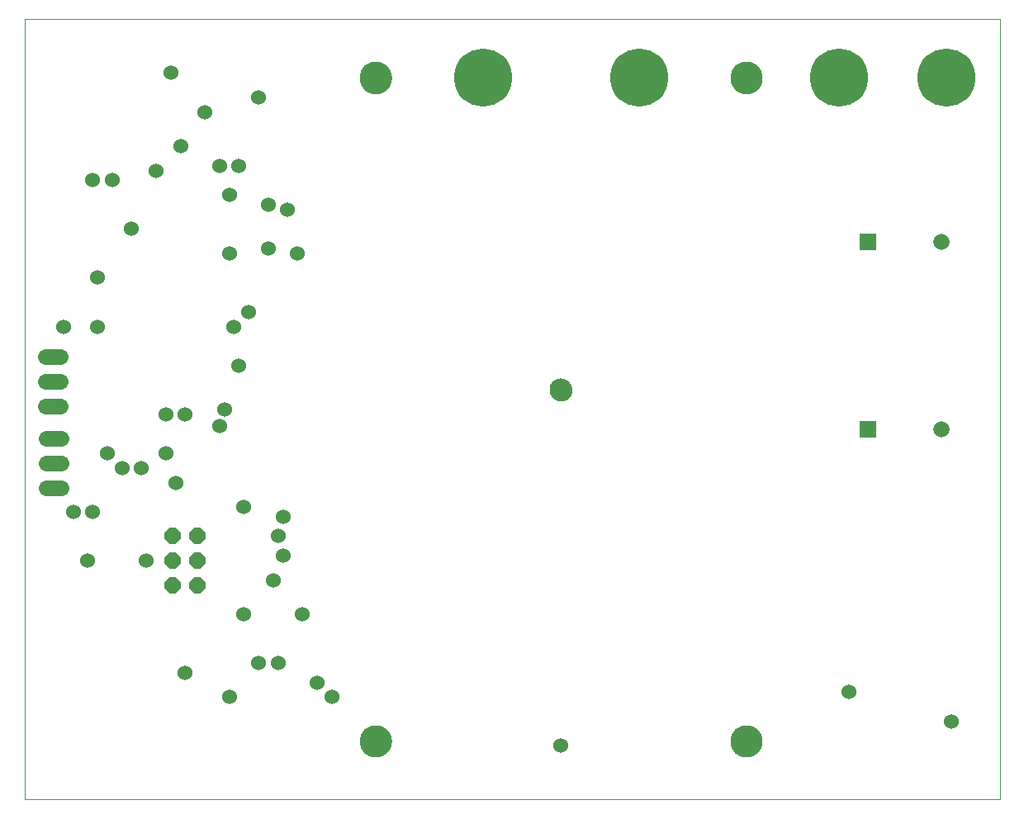
<source format=gbs>
G75*
%MOIN*%
%OFA0B0*%
%FSLAX25Y25*%
%IPPOS*%
%LPD*%
%AMOC8*
5,1,8,0,0,1.08239X$1,22.5*
%
%ADD10C,0.00000*%
%ADD11C,0.12998*%
%ADD12C,0.09061*%
%ADD13OC8,0.06400*%
%ADD14C,0.06400*%
%ADD15C,0.23400*%
%ADD16R,0.06550X0.06550*%
%ADD17C,0.06550*%
%ADD18C,0.06000*%
D10*
X0001800Y0001800D02*
X0001800Y0316761D01*
X0395501Y0316761D01*
X0395501Y0001800D01*
X0001800Y0001800D01*
X0137233Y0025422D02*
X0137235Y0025580D01*
X0137241Y0025738D01*
X0137251Y0025896D01*
X0137265Y0026054D01*
X0137283Y0026211D01*
X0137304Y0026368D01*
X0137330Y0026524D01*
X0137360Y0026680D01*
X0137393Y0026835D01*
X0137431Y0026988D01*
X0137472Y0027141D01*
X0137517Y0027293D01*
X0137566Y0027444D01*
X0137619Y0027593D01*
X0137675Y0027741D01*
X0137735Y0027887D01*
X0137799Y0028032D01*
X0137867Y0028175D01*
X0137938Y0028317D01*
X0138012Y0028457D01*
X0138090Y0028594D01*
X0138172Y0028730D01*
X0138256Y0028864D01*
X0138345Y0028995D01*
X0138436Y0029124D01*
X0138531Y0029251D01*
X0138628Y0029376D01*
X0138729Y0029498D01*
X0138833Y0029617D01*
X0138940Y0029734D01*
X0139050Y0029848D01*
X0139163Y0029959D01*
X0139278Y0030068D01*
X0139396Y0030173D01*
X0139517Y0030275D01*
X0139640Y0030375D01*
X0139766Y0030471D01*
X0139894Y0030564D01*
X0140024Y0030654D01*
X0140157Y0030740D01*
X0140292Y0030824D01*
X0140428Y0030903D01*
X0140567Y0030980D01*
X0140708Y0031052D01*
X0140850Y0031122D01*
X0140994Y0031187D01*
X0141140Y0031249D01*
X0141287Y0031307D01*
X0141436Y0031362D01*
X0141586Y0031413D01*
X0141737Y0031460D01*
X0141889Y0031503D01*
X0142042Y0031542D01*
X0142197Y0031578D01*
X0142352Y0031609D01*
X0142508Y0031637D01*
X0142664Y0031661D01*
X0142821Y0031681D01*
X0142979Y0031697D01*
X0143136Y0031709D01*
X0143295Y0031717D01*
X0143453Y0031721D01*
X0143611Y0031721D01*
X0143769Y0031717D01*
X0143928Y0031709D01*
X0144085Y0031697D01*
X0144243Y0031681D01*
X0144400Y0031661D01*
X0144556Y0031637D01*
X0144712Y0031609D01*
X0144867Y0031578D01*
X0145022Y0031542D01*
X0145175Y0031503D01*
X0145327Y0031460D01*
X0145478Y0031413D01*
X0145628Y0031362D01*
X0145777Y0031307D01*
X0145924Y0031249D01*
X0146070Y0031187D01*
X0146214Y0031122D01*
X0146356Y0031052D01*
X0146497Y0030980D01*
X0146636Y0030903D01*
X0146772Y0030824D01*
X0146907Y0030740D01*
X0147040Y0030654D01*
X0147170Y0030564D01*
X0147298Y0030471D01*
X0147424Y0030375D01*
X0147547Y0030275D01*
X0147668Y0030173D01*
X0147786Y0030068D01*
X0147901Y0029959D01*
X0148014Y0029848D01*
X0148124Y0029734D01*
X0148231Y0029617D01*
X0148335Y0029498D01*
X0148436Y0029376D01*
X0148533Y0029251D01*
X0148628Y0029124D01*
X0148719Y0028995D01*
X0148808Y0028864D01*
X0148892Y0028730D01*
X0148974Y0028594D01*
X0149052Y0028457D01*
X0149126Y0028317D01*
X0149197Y0028175D01*
X0149265Y0028032D01*
X0149329Y0027887D01*
X0149389Y0027741D01*
X0149445Y0027593D01*
X0149498Y0027444D01*
X0149547Y0027293D01*
X0149592Y0027141D01*
X0149633Y0026988D01*
X0149671Y0026835D01*
X0149704Y0026680D01*
X0149734Y0026524D01*
X0149760Y0026368D01*
X0149781Y0026211D01*
X0149799Y0026054D01*
X0149813Y0025896D01*
X0149823Y0025738D01*
X0149829Y0025580D01*
X0149831Y0025422D01*
X0149829Y0025264D01*
X0149823Y0025106D01*
X0149813Y0024948D01*
X0149799Y0024790D01*
X0149781Y0024633D01*
X0149760Y0024476D01*
X0149734Y0024320D01*
X0149704Y0024164D01*
X0149671Y0024009D01*
X0149633Y0023856D01*
X0149592Y0023703D01*
X0149547Y0023551D01*
X0149498Y0023400D01*
X0149445Y0023251D01*
X0149389Y0023103D01*
X0149329Y0022957D01*
X0149265Y0022812D01*
X0149197Y0022669D01*
X0149126Y0022527D01*
X0149052Y0022387D01*
X0148974Y0022250D01*
X0148892Y0022114D01*
X0148808Y0021980D01*
X0148719Y0021849D01*
X0148628Y0021720D01*
X0148533Y0021593D01*
X0148436Y0021468D01*
X0148335Y0021346D01*
X0148231Y0021227D01*
X0148124Y0021110D01*
X0148014Y0020996D01*
X0147901Y0020885D01*
X0147786Y0020776D01*
X0147668Y0020671D01*
X0147547Y0020569D01*
X0147424Y0020469D01*
X0147298Y0020373D01*
X0147170Y0020280D01*
X0147040Y0020190D01*
X0146907Y0020104D01*
X0146772Y0020020D01*
X0146636Y0019941D01*
X0146497Y0019864D01*
X0146356Y0019792D01*
X0146214Y0019722D01*
X0146070Y0019657D01*
X0145924Y0019595D01*
X0145777Y0019537D01*
X0145628Y0019482D01*
X0145478Y0019431D01*
X0145327Y0019384D01*
X0145175Y0019341D01*
X0145022Y0019302D01*
X0144867Y0019266D01*
X0144712Y0019235D01*
X0144556Y0019207D01*
X0144400Y0019183D01*
X0144243Y0019163D01*
X0144085Y0019147D01*
X0143928Y0019135D01*
X0143769Y0019127D01*
X0143611Y0019123D01*
X0143453Y0019123D01*
X0143295Y0019127D01*
X0143136Y0019135D01*
X0142979Y0019147D01*
X0142821Y0019163D01*
X0142664Y0019183D01*
X0142508Y0019207D01*
X0142352Y0019235D01*
X0142197Y0019266D01*
X0142042Y0019302D01*
X0141889Y0019341D01*
X0141737Y0019384D01*
X0141586Y0019431D01*
X0141436Y0019482D01*
X0141287Y0019537D01*
X0141140Y0019595D01*
X0140994Y0019657D01*
X0140850Y0019722D01*
X0140708Y0019792D01*
X0140567Y0019864D01*
X0140428Y0019941D01*
X0140292Y0020020D01*
X0140157Y0020104D01*
X0140024Y0020190D01*
X0139894Y0020280D01*
X0139766Y0020373D01*
X0139640Y0020469D01*
X0139517Y0020569D01*
X0139396Y0020671D01*
X0139278Y0020776D01*
X0139163Y0020885D01*
X0139050Y0020996D01*
X0138940Y0021110D01*
X0138833Y0021227D01*
X0138729Y0021346D01*
X0138628Y0021468D01*
X0138531Y0021593D01*
X0138436Y0021720D01*
X0138345Y0021849D01*
X0138256Y0021980D01*
X0138172Y0022114D01*
X0138090Y0022250D01*
X0138012Y0022387D01*
X0137938Y0022527D01*
X0137867Y0022669D01*
X0137799Y0022812D01*
X0137735Y0022957D01*
X0137675Y0023103D01*
X0137619Y0023251D01*
X0137566Y0023400D01*
X0137517Y0023551D01*
X0137472Y0023703D01*
X0137431Y0023856D01*
X0137393Y0024009D01*
X0137360Y0024164D01*
X0137330Y0024320D01*
X0137304Y0024476D01*
X0137283Y0024633D01*
X0137265Y0024790D01*
X0137251Y0024948D01*
X0137241Y0025106D01*
X0137235Y0025264D01*
X0137233Y0025422D01*
X0286840Y0025422D02*
X0286842Y0025580D01*
X0286848Y0025738D01*
X0286858Y0025896D01*
X0286872Y0026054D01*
X0286890Y0026211D01*
X0286911Y0026368D01*
X0286937Y0026524D01*
X0286967Y0026680D01*
X0287000Y0026835D01*
X0287038Y0026988D01*
X0287079Y0027141D01*
X0287124Y0027293D01*
X0287173Y0027444D01*
X0287226Y0027593D01*
X0287282Y0027741D01*
X0287342Y0027887D01*
X0287406Y0028032D01*
X0287474Y0028175D01*
X0287545Y0028317D01*
X0287619Y0028457D01*
X0287697Y0028594D01*
X0287779Y0028730D01*
X0287863Y0028864D01*
X0287952Y0028995D01*
X0288043Y0029124D01*
X0288138Y0029251D01*
X0288235Y0029376D01*
X0288336Y0029498D01*
X0288440Y0029617D01*
X0288547Y0029734D01*
X0288657Y0029848D01*
X0288770Y0029959D01*
X0288885Y0030068D01*
X0289003Y0030173D01*
X0289124Y0030275D01*
X0289247Y0030375D01*
X0289373Y0030471D01*
X0289501Y0030564D01*
X0289631Y0030654D01*
X0289764Y0030740D01*
X0289899Y0030824D01*
X0290035Y0030903D01*
X0290174Y0030980D01*
X0290315Y0031052D01*
X0290457Y0031122D01*
X0290601Y0031187D01*
X0290747Y0031249D01*
X0290894Y0031307D01*
X0291043Y0031362D01*
X0291193Y0031413D01*
X0291344Y0031460D01*
X0291496Y0031503D01*
X0291649Y0031542D01*
X0291804Y0031578D01*
X0291959Y0031609D01*
X0292115Y0031637D01*
X0292271Y0031661D01*
X0292428Y0031681D01*
X0292586Y0031697D01*
X0292743Y0031709D01*
X0292902Y0031717D01*
X0293060Y0031721D01*
X0293218Y0031721D01*
X0293376Y0031717D01*
X0293535Y0031709D01*
X0293692Y0031697D01*
X0293850Y0031681D01*
X0294007Y0031661D01*
X0294163Y0031637D01*
X0294319Y0031609D01*
X0294474Y0031578D01*
X0294629Y0031542D01*
X0294782Y0031503D01*
X0294934Y0031460D01*
X0295085Y0031413D01*
X0295235Y0031362D01*
X0295384Y0031307D01*
X0295531Y0031249D01*
X0295677Y0031187D01*
X0295821Y0031122D01*
X0295963Y0031052D01*
X0296104Y0030980D01*
X0296243Y0030903D01*
X0296379Y0030824D01*
X0296514Y0030740D01*
X0296647Y0030654D01*
X0296777Y0030564D01*
X0296905Y0030471D01*
X0297031Y0030375D01*
X0297154Y0030275D01*
X0297275Y0030173D01*
X0297393Y0030068D01*
X0297508Y0029959D01*
X0297621Y0029848D01*
X0297731Y0029734D01*
X0297838Y0029617D01*
X0297942Y0029498D01*
X0298043Y0029376D01*
X0298140Y0029251D01*
X0298235Y0029124D01*
X0298326Y0028995D01*
X0298415Y0028864D01*
X0298499Y0028730D01*
X0298581Y0028594D01*
X0298659Y0028457D01*
X0298733Y0028317D01*
X0298804Y0028175D01*
X0298872Y0028032D01*
X0298936Y0027887D01*
X0298996Y0027741D01*
X0299052Y0027593D01*
X0299105Y0027444D01*
X0299154Y0027293D01*
X0299199Y0027141D01*
X0299240Y0026988D01*
X0299278Y0026835D01*
X0299311Y0026680D01*
X0299341Y0026524D01*
X0299367Y0026368D01*
X0299388Y0026211D01*
X0299406Y0026054D01*
X0299420Y0025896D01*
X0299430Y0025738D01*
X0299436Y0025580D01*
X0299438Y0025422D01*
X0299436Y0025264D01*
X0299430Y0025106D01*
X0299420Y0024948D01*
X0299406Y0024790D01*
X0299388Y0024633D01*
X0299367Y0024476D01*
X0299341Y0024320D01*
X0299311Y0024164D01*
X0299278Y0024009D01*
X0299240Y0023856D01*
X0299199Y0023703D01*
X0299154Y0023551D01*
X0299105Y0023400D01*
X0299052Y0023251D01*
X0298996Y0023103D01*
X0298936Y0022957D01*
X0298872Y0022812D01*
X0298804Y0022669D01*
X0298733Y0022527D01*
X0298659Y0022387D01*
X0298581Y0022250D01*
X0298499Y0022114D01*
X0298415Y0021980D01*
X0298326Y0021849D01*
X0298235Y0021720D01*
X0298140Y0021593D01*
X0298043Y0021468D01*
X0297942Y0021346D01*
X0297838Y0021227D01*
X0297731Y0021110D01*
X0297621Y0020996D01*
X0297508Y0020885D01*
X0297393Y0020776D01*
X0297275Y0020671D01*
X0297154Y0020569D01*
X0297031Y0020469D01*
X0296905Y0020373D01*
X0296777Y0020280D01*
X0296647Y0020190D01*
X0296514Y0020104D01*
X0296379Y0020020D01*
X0296243Y0019941D01*
X0296104Y0019864D01*
X0295963Y0019792D01*
X0295821Y0019722D01*
X0295677Y0019657D01*
X0295531Y0019595D01*
X0295384Y0019537D01*
X0295235Y0019482D01*
X0295085Y0019431D01*
X0294934Y0019384D01*
X0294782Y0019341D01*
X0294629Y0019302D01*
X0294474Y0019266D01*
X0294319Y0019235D01*
X0294163Y0019207D01*
X0294007Y0019183D01*
X0293850Y0019163D01*
X0293692Y0019147D01*
X0293535Y0019135D01*
X0293376Y0019127D01*
X0293218Y0019123D01*
X0293060Y0019123D01*
X0292902Y0019127D01*
X0292743Y0019135D01*
X0292586Y0019147D01*
X0292428Y0019163D01*
X0292271Y0019183D01*
X0292115Y0019207D01*
X0291959Y0019235D01*
X0291804Y0019266D01*
X0291649Y0019302D01*
X0291496Y0019341D01*
X0291344Y0019384D01*
X0291193Y0019431D01*
X0291043Y0019482D01*
X0290894Y0019537D01*
X0290747Y0019595D01*
X0290601Y0019657D01*
X0290457Y0019722D01*
X0290315Y0019792D01*
X0290174Y0019864D01*
X0290035Y0019941D01*
X0289899Y0020020D01*
X0289764Y0020104D01*
X0289631Y0020190D01*
X0289501Y0020280D01*
X0289373Y0020373D01*
X0289247Y0020469D01*
X0289124Y0020569D01*
X0289003Y0020671D01*
X0288885Y0020776D01*
X0288770Y0020885D01*
X0288657Y0020996D01*
X0288547Y0021110D01*
X0288440Y0021227D01*
X0288336Y0021346D01*
X0288235Y0021468D01*
X0288138Y0021593D01*
X0288043Y0021720D01*
X0287952Y0021849D01*
X0287863Y0021980D01*
X0287779Y0022114D01*
X0287697Y0022250D01*
X0287619Y0022387D01*
X0287545Y0022527D01*
X0287474Y0022669D01*
X0287406Y0022812D01*
X0287342Y0022957D01*
X0287282Y0023103D01*
X0287226Y0023251D01*
X0287173Y0023400D01*
X0287124Y0023551D01*
X0287079Y0023703D01*
X0287038Y0023856D01*
X0287000Y0024009D01*
X0286967Y0024164D01*
X0286937Y0024320D01*
X0286911Y0024476D01*
X0286890Y0024633D01*
X0286872Y0024790D01*
X0286858Y0024948D01*
X0286848Y0025106D01*
X0286842Y0025264D01*
X0286840Y0025422D01*
X0214004Y0167154D02*
X0214006Y0167285D01*
X0214012Y0167417D01*
X0214022Y0167548D01*
X0214036Y0167679D01*
X0214054Y0167809D01*
X0214076Y0167938D01*
X0214101Y0168067D01*
X0214131Y0168195D01*
X0214165Y0168322D01*
X0214202Y0168449D01*
X0214243Y0168573D01*
X0214288Y0168697D01*
X0214337Y0168819D01*
X0214389Y0168940D01*
X0214445Y0169058D01*
X0214505Y0169176D01*
X0214568Y0169291D01*
X0214635Y0169404D01*
X0214705Y0169516D01*
X0214778Y0169625D01*
X0214854Y0169731D01*
X0214934Y0169836D01*
X0215017Y0169938D01*
X0215103Y0170037D01*
X0215192Y0170134D01*
X0215284Y0170228D01*
X0215379Y0170319D01*
X0215476Y0170408D01*
X0215576Y0170493D01*
X0215679Y0170575D01*
X0215784Y0170654D01*
X0215891Y0170730D01*
X0216001Y0170802D01*
X0216113Y0170871D01*
X0216227Y0170937D01*
X0216342Y0170999D01*
X0216460Y0171058D01*
X0216579Y0171113D01*
X0216700Y0171165D01*
X0216823Y0171212D01*
X0216947Y0171256D01*
X0217072Y0171297D01*
X0217198Y0171333D01*
X0217326Y0171366D01*
X0217454Y0171394D01*
X0217583Y0171419D01*
X0217713Y0171440D01*
X0217843Y0171457D01*
X0217974Y0171470D01*
X0218105Y0171479D01*
X0218236Y0171484D01*
X0218368Y0171485D01*
X0218499Y0171482D01*
X0218631Y0171475D01*
X0218762Y0171464D01*
X0218892Y0171449D01*
X0219022Y0171430D01*
X0219152Y0171407D01*
X0219280Y0171381D01*
X0219408Y0171350D01*
X0219535Y0171315D01*
X0219661Y0171277D01*
X0219785Y0171235D01*
X0219909Y0171189D01*
X0220030Y0171139D01*
X0220150Y0171086D01*
X0220269Y0171029D01*
X0220386Y0170969D01*
X0220500Y0170905D01*
X0220613Y0170837D01*
X0220724Y0170766D01*
X0220833Y0170692D01*
X0220939Y0170615D01*
X0221043Y0170534D01*
X0221144Y0170451D01*
X0221243Y0170364D01*
X0221339Y0170274D01*
X0221432Y0170181D01*
X0221523Y0170086D01*
X0221610Y0169988D01*
X0221695Y0169887D01*
X0221776Y0169784D01*
X0221854Y0169678D01*
X0221929Y0169570D01*
X0222001Y0169460D01*
X0222069Y0169348D01*
X0222134Y0169234D01*
X0222195Y0169117D01*
X0222253Y0168999D01*
X0222307Y0168879D01*
X0222358Y0168758D01*
X0222405Y0168635D01*
X0222448Y0168511D01*
X0222487Y0168386D01*
X0222523Y0168259D01*
X0222554Y0168131D01*
X0222582Y0168003D01*
X0222606Y0167874D01*
X0222626Y0167744D01*
X0222642Y0167613D01*
X0222654Y0167482D01*
X0222662Y0167351D01*
X0222666Y0167220D01*
X0222666Y0167088D01*
X0222662Y0166957D01*
X0222654Y0166826D01*
X0222642Y0166695D01*
X0222626Y0166564D01*
X0222606Y0166434D01*
X0222582Y0166305D01*
X0222554Y0166177D01*
X0222523Y0166049D01*
X0222487Y0165922D01*
X0222448Y0165797D01*
X0222405Y0165673D01*
X0222358Y0165550D01*
X0222307Y0165429D01*
X0222253Y0165309D01*
X0222195Y0165191D01*
X0222134Y0165074D01*
X0222069Y0164960D01*
X0222001Y0164848D01*
X0221929Y0164738D01*
X0221854Y0164630D01*
X0221776Y0164524D01*
X0221695Y0164421D01*
X0221610Y0164320D01*
X0221523Y0164222D01*
X0221432Y0164127D01*
X0221339Y0164034D01*
X0221243Y0163944D01*
X0221144Y0163857D01*
X0221043Y0163774D01*
X0220939Y0163693D01*
X0220833Y0163616D01*
X0220724Y0163542D01*
X0220613Y0163471D01*
X0220501Y0163403D01*
X0220386Y0163339D01*
X0220269Y0163279D01*
X0220150Y0163222D01*
X0220030Y0163169D01*
X0219909Y0163119D01*
X0219785Y0163073D01*
X0219661Y0163031D01*
X0219535Y0162993D01*
X0219408Y0162958D01*
X0219280Y0162927D01*
X0219152Y0162901D01*
X0219022Y0162878D01*
X0218892Y0162859D01*
X0218762Y0162844D01*
X0218631Y0162833D01*
X0218499Y0162826D01*
X0218368Y0162823D01*
X0218236Y0162824D01*
X0218105Y0162829D01*
X0217974Y0162838D01*
X0217843Y0162851D01*
X0217713Y0162868D01*
X0217583Y0162889D01*
X0217454Y0162914D01*
X0217326Y0162942D01*
X0217198Y0162975D01*
X0217072Y0163011D01*
X0216947Y0163052D01*
X0216823Y0163096D01*
X0216700Y0163143D01*
X0216579Y0163195D01*
X0216460Y0163250D01*
X0216342Y0163309D01*
X0216227Y0163371D01*
X0216113Y0163437D01*
X0216001Y0163506D01*
X0215891Y0163578D01*
X0215784Y0163654D01*
X0215679Y0163733D01*
X0215576Y0163815D01*
X0215476Y0163900D01*
X0215379Y0163989D01*
X0215284Y0164080D01*
X0215192Y0164174D01*
X0215103Y0164271D01*
X0215017Y0164370D01*
X0214934Y0164472D01*
X0214854Y0164577D01*
X0214778Y0164683D01*
X0214705Y0164792D01*
X0214635Y0164904D01*
X0214568Y0165017D01*
X0214505Y0165132D01*
X0214445Y0165250D01*
X0214389Y0165368D01*
X0214337Y0165489D01*
X0214288Y0165611D01*
X0214243Y0165735D01*
X0214202Y0165859D01*
X0214165Y0165986D01*
X0214131Y0166113D01*
X0214101Y0166241D01*
X0214076Y0166370D01*
X0214054Y0166499D01*
X0214036Y0166629D01*
X0214022Y0166760D01*
X0214012Y0166891D01*
X0214006Y0167023D01*
X0214004Y0167154D01*
X0137233Y0293139D02*
X0137235Y0293297D01*
X0137241Y0293455D01*
X0137251Y0293613D01*
X0137265Y0293771D01*
X0137283Y0293928D01*
X0137304Y0294085D01*
X0137330Y0294241D01*
X0137360Y0294397D01*
X0137393Y0294552D01*
X0137431Y0294705D01*
X0137472Y0294858D01*
X0137517Y0295010D01*
X0137566Y0295161D01*
X0137619Y0295310D01*
X0137675Y0295458D01*
X0137735Y0295604D01*
X0137799Y0295749D01*
X0137867Y0295892D01*
X0137938Y0296034D01*
X0138012Y0296174D01*
X0138090Y0296311D01*
X0138172Y0296447D01*
X0138256Y0296581D01*
X0138345Y0296712D01*
X0138436Y0296841D01*
X0138531Y0296968D01*
X0138628Y0297093D01*
X0138729Y0297215D01*
X0138833Y0297334D01*
X0138940Y0297451D01*
X0139050Y0297565D01*
X0139163Y0297676D01*
X0139278Y0297785D01*
X0139396Y0297890D01*
X0139517Y0297992D01*
X0139640Y0298092D01*
X0139766Y0298188D01*
X0139894Y0298281D01*
X0140024Y0298371D01*
X0140157Y0298457D01*
X0140292Y0298541D01*
X0140428Y0298620D01*
X0140567Y0298697D01*
X0140708Y0298769D01*
X0140850Y0298839D01*
X0140994Y0298904D01*
X0141140Y0298966D01*
X0141287Y0299024D01*
X0141436Y0299079D01*
X0141586Y0299130D01*
X0141737Y0299177D01*
X0141889Y0299220D01*
X0142042Y0299259D01*
X0142197Y0299295D01*
X0142352Y0299326D01*
X0142508Y0299354D01*
X0142664Y0299378D01*
X0142821Y0299398D01*
X0142979Y0299414D01*
X0143136Y0299426D01*
X0143295Y0299434D01*
X0143453Y0299438D01*
X0143611Y0299438D01*
X0143769Y0299434D01*
X0143928Y0299426D01*
X0144085Y0299414D01*
X0144243Y0299398D01*
X0144400Y0299378D01*
X0144556Y0299354D01*
X0144712Y0299326D01*
X0144867Y0299295D01*
X0145022Y0299259D01*
X0145175Y0299220D01*
X0145327Y0299177D01*
X0145478Y0299130D01*
X0145628Y0299079D01*
X0145777Y0299024D01*
X0145924Y0298966D01*
X0146070Y0298904D01*
X0146214Y0298839D01*
X0146356Y0298769D01*
X0146497Y0298697D01*
X0146636Y0298620D01*
X0146772Y0298541D01*
X0146907Y0298457D01*
X0147040Y0298371D01*
X0147170Y0298281D01*
X0147298Y0298188D01*
X0147424Y0298092D01*
X0147547Y0297992D01*
X0147668Y0297890D01*
X0147786Y0297785D01*
X0147901Y0297676D01*
X0148014Y0297565D01*
X0148124Y0297451D01*
X0148231Y0297334D01*
X0148335Y0297215D01*
X0148436Y0297093D01*
X0148533Y0296968D01*
X0148628Y0296841D01*
X0148719Y0296712D01*
X0148808Y0296581D01*
X0148892Y0296447D01*
X0148974Y0296311D01*
X0149052Y0296174D01*
X0149126Y0296034D01*
X0149197Y0295892D01*
X0149265Y0295749D01*
X0149329Y0295604D01*
X0149389Y0295458D01*
X0149445Y0295310D01*
X0149498Y0295161D01*
X0149547Y0295010D01*
X0149592Y0294858D01*
X0149633Y0294705D01*
X0149671Y0294552D01*
X0149704Y0294397D01*
X0149734Y0294241D01*
X0149760Y0294085D01*
X0149781Y0293928D01*
X0149799Y0293771D01*
X0149813Y0293613D01*
X0149823Y0293455D01*
X0149829Y0293297D01*
X0149831Y0293139D01*
X0149829Y0292981D01*
X0149823Y0292823D01*
X0149813Y0292665D01*
X0149799Y0292507D01*
X0149781Y0292350D01*
X0149760Y0292193D01*
X0149734Y0292037D01*
X0149704Y0291881D01*
X0149671Y0291726D01*
X0149633Y0291573D01*
X0149592Y0291420D01*
X0149547Y0291268D01*
X0149498Y0291117D01*
X0149445Y0290968D01*
X0149389Y0290820D01*
X0149329Y0290674D01*
X0149265Y0290529D01*
X0149197Y0290386D01*
X0149126Y0290244D01*
X0149052Y0290104D01*
X0148974Y0289967D01*
X0148892Y0289831D01*
X0148808Y0289697D01*
X0148719Y0289566D01*
X0148628Y0289437D01*
X0148533Y0289310D01*
X0148436Y0289185D01*
X0148335Y0289063D01*
X0148231Y0288944D01*
X0148124Y0288827D01*
X0148014Y0288713D01*
X0147901Y0288602D01*
X0147786Y0288493D01*
X0147668Y0288388D01*
X0147547Y0288286D01*
X0147424Y0288186D01*
X0147298Y0288090D01*
X0147170Y0287997D01*
X0147040Y0287907D01*
X0146907Y0287821D01*
X0146772Y0287737D01*
X0146636Y0287658D01*
X0146497Y0287581D01*
X0146356Y0287509D01*
X0146214Y0287439D01*
X0146070Y0287374D01*
X0145924Y0287312D01*
X0145777Y0287254D01*
X0145628Y0287199D01*
X0145478Y0287148D01*
X0145327Y0287101D01*
X0145175Y0287058D01*
X0145022Y0287019D01*
X0144867Y0286983D01*
X0144712Y0286952D01*
X0144556Y0286924D01*
X0144400Y0286900D01*
X0144243Y0286880D01*
X0144085Y0286864D01*
X0143928Y0286852D01*
X0143769Y0286844D01*
X0143611Y0286840D01*
X0143453Y0286840D01*
X0143295Y0286844D01*
X0143136Y0286852D01*
X0142979Y0286864D01*
X0142821Y0286880D01*
X0142664Y0286900D01*
X0142508Y0286924D01*
X0142352Y0286952D01*
X0142197Y0286983D01*
X0142042Y0287019D01*
X0141889Y0287058D01*
X0141737Y0287101D01*
X0141586Y0287148D01*
X0141436Y0287199D01*
X0141287Y0287254D01*
X0141140Y0287312D01*
X0140994Y0287374D01*
X0140850Y0287439D01*
X0140708Y0287509D01*
X0140567Y0287581D01*
X0140428Y0287658D01*
X0140292Y0287737D01*
X0140157Y0287821D01*
X0140024Y0287907D01*
X0139894Y0287997D01*
X0139766Y0288090D01*
X0139640Y0288186D01*
X0139517Y0288286D01*
X0139396Y0288388D01*
X0139278Y0288493D01*
X0139163Y0288602D01*
X0139050Y0288713D01*
X0138940Y0288827D01*
X0138833Y0288944D01*
X0138729Y0289063D01*
X0138628Y0289185D01*
X0138531Y0289310D01*
X0138436Y0289437D01*
X0138345Y0289566D01*
X0138256Y0289697D01*
X0138172Y0289831D01*
X0138090Y0289967D01*
X0138012Y0290104D01*
X0137938Y0290244D01*
X0137867Y0290386D01*
X0137799Y0290529D01*
X0137735Y0290674D01*
X0137675Y0290820D01*
X0137619Y0290968D01*
X0137566Y0291117D01*
X0137517Y0291268D01*
X0137472Y0291420D01*
X0137431Y0291573D01*
X0137393Y0291726D01*
X0137360Y0291881D01*
X0137330Y0292037D01*
X0137304Y0292193D01*
X0137283Y0292350D01*
X0137265Y0292507D01*
X0137251Y0292665D01*
X0137241Y0292823D01*
X0137235Y0292981D01*
X0137233Y0293139D01*
X0286840Y0293139D02*
X0286842Y0293297D01*
X0286848Y0293455D01*
X0286858Y0293613D01*
X0286872Y0293771D01*
X0286890Y0293928D01*
X0286911Y0294085D01*
X0286937Y0294241D01*
X0286967Y0294397D01*
X0287000Y0294552D01*
X0287038Y0294705D01*
X0287079Y0294858D01*
X0287124Y0295010D01*
X0287173Y0295161D01*
X0287226Y0295310D01*
X0287282Y0295458D01*
X0287342Y0295604D01*
X0287406Y0295749D01*
X0287474Y0295892D01*
X0287545Y0296034D01*
X0287619Y0296174D01*
X0287697Y0296311D01*
X0287779Y0296447D01*
X0287863Y0296581D01*
X0287952Y0296712D01*
X0288043Y0296841D01*
X0288138Y0296968D01*
X0288235Y0297093D01*
X0288336Y0297215D01*
X0288440Y0297334D01*
X0288547Y0297451D01*
X0288657Y0297565D01*
X0288770Y0297676D01*
X0288885Y0297785D01*
X0289003Y0297890D01*
X0289124Y0297992D01*
X0289247Y0298092D01*
X0289373Y0298188D01*
X0289501Y0298281D01*
X0289631Y0298371D01*
X0289764Y0298457D01*
X0289899Y0298541D01*
X0290035Y0298620D01*
X0290174Y0298697D01*
X0290315Y0298769D01*
X0290457Y0298839D01*
X0290601Y0298904D01*
X0290747Y0298966D01*
X0290894Y0299024D01*
X0291043Y0299079D01*
X0291193Y0299130D01*
X0291344Y0299177D01*
X0291496Y0299220D01*
X0291649Y0299259D01*
X0291804Y0299295D01*
X0291959Y0299326D01*
X0292115Y0299354D01*
X0292271Y0299378D01*
X0292428Y0299398D01*
X0292586Y0299414D01*
X0292743Y0299426D01*
X0292902Y0299434D01*
X0293060Y0299438D01*
X0293218Y0299438D01*
X0293376Y0299434D01*
X0293535Y0299426D01*
X0293692Y0299414D01*
X0293850Y0299398D01*
X0294007Y0299378D01*
X0294163Y0299354D01*
X0294319Y0299326D01*
X0294474Y0299295D01*
X0294629Y0299259D01*
X0294782Y0299220D01*
X0294934Y0299177D01*
X0295085Y0299130D01*
X0295235Y0299079D01*
X0295384Y0299024D01*
X0295531Y0298966D01*
X0295677Y0298904D01*
X0295821Y0298839D01*
X0295963Y0298769D01*
X0296104Y0298697D01*
X0296243Y0298620D01*
X0296379Y0298541D01*
X0296514Y0298457D01*
X0296647Y0298371D01*
X0296777Y0298281D01*
X0296905Y0298188D01*
X0297031Y0298092D01*
X0297154Y0297992D01*
X0297275Y0297890D01*
X0297393Y0297785D01*
X0297508Y0297676D01*
X0297621Y0297565D01*
X0297731Y0297451D01*
X0297838Y0297334D01*
X0297942Y0297215D01*
X0298043Y0297093D01*
X0298140Y0296968D01*
X0298235Y0296841D01*
X0298326Y0296712D01*
X0298415Y0296581D01*
X0298499Y0296447D01*
X0298581Y0296311D01*
X0298659Y0296174D01*
X0298733Y0296034D01*
X0298804Y0295892D01*
X0298872Y0295749D01*
X0298936Y0295604D01*
X0298996Y0295458D01*
X0299052Y0295310D01*
X0299105Y0295161D01*
X0299154Y0295010D01*
X0299199Y0294858D01*
X0299240Y0294705D01*
X0299278Y0294552D01*
X0299311Y0294397D01*
X0299341Y0294241D01*
X0299367Y0294085D01*
X0299388Y0293928D01*
X0299406Y0293771D01*
X0299420Y0293613D01*
X0299430Y0293455D01*
X0299436Y0293297D01*
X0299438Y0293139D01*
X0299436Y0292981D01*
X0299430Y0292823D01*
X0299420Y0292665D01*
X0299406Y0292507D01*
X0299388Y0292350D01*
X0299367Y0292193D01*
X0299341Y0292037D01*
X0299311Y0291881D01*
X0299278Y0291726D01*
X0299240Y0291573D01*
X0299199Y0291420D01*
X0299154Y0291268D01*
X0299105Y0291117D01*
X0299052Y0290968D01*
X0298996Y0290820D01*
X0298936Y0290674D01*
X0298872Y0290529D01*
X0298804Y0290386D01*
X0298733Y0290244D01*
X0298659Y0290104D01*
X0298581Y0289967D01*
X0298499Y0289831D01*
X0298415Y0289697D01*
X0298326Y0289566D01*
X0298235Y0289437D01*
X0298140Y0289310D01*
X0298043Y0289185D01*
X0297942Y0289063D01*
X0297838Y0288944D01*
X0297731Y0288827D01*
X0297621Y0288713D01*
X0297508Y0288602D01*
X0297393Y0288493D01*
X0297275Y0288388D01*
X0297154Y0288286D01*
X0297031Y0288186D01*
X0296905Y0288090D01*
X0296777Y0287997D01*
X0296647Y0287907D01*
X0296514Y0287821D01*
X0296379Y0287737D01*
X0296243Y0287658D01*
X0296104Y0287581D01*
X0295963Y0287509D01*
X0295821Y0287439D01*
X0295677Y0287374D01*
X0295531Y0287312D01*
X0295384Y0287254D01*
X0295235Y0287199D01*
X0295085Y0287148D01*
X0294934Y0287101D01*
X0294782Y0287058D01*
X0294629Y0287019D01*
X0294474Y0286983D01*
X0294319Y0286952D01*
X0294163Y0286924D01*
X0294007Y0286900D01*
X0293850Y0286880D01*
X0293692Y0286864D01*
X0293535Y0286852D01*
X0293376Y0286844D01*
X0293218Y0286840D01*
X0293060Y0286840D01*
X0292902Y0286844D01*
X0292743Y0286852D01*
X0292586Y0286864D01*
X0292428Y0286880D01*
X0292271Y0286900D01*
X0292115Y0286924D01*
X0291959Y0286952D01*
X0291804Y0286983D01*
X0291649Y0287019D01*
X0291496Y0287058D01*
X0291344Y0287101D01*
X0291193Y0287148D01*
X0291043Y0287199D01*
X0290894Y0287254D01*
X0290747Y0287312D01*
X0290601Y0287374D01*
X0290457Y0287439D01*
X0290315Y0287509D01*
X0290174Y0287581D01*
X0290035Y0287658D01*
X0289899Y0287737D01*
X0289764Y0287821D01*
X0289631Y0287907D01*
X0289501Y0287997D01*
X0289373Y0288090D01*
X0289247Y0288186D01*
X0289124Y0288286D01*
X0289003Y0288388D01*
X0288885Y0288493D01*
X0288770Y0288602D01*
X0288657Y0288713D01*
X0288547Y0288827D01*
X0288440Y0288944D01*
X0288336Y0289063D01*
X0288235Y0289185D01*
X0288138Y0289310D01*
X0288043Y0289437D01*
X0287952Y0289566D01*
X0287863Y0289697D01*
X0287779Y0289831D01*
X0287697Y0289967D01*
X0287619Y0290104D01*
X0287545Y0290244D01*
X0287474Y0290386D01*
X0287406Y0290529D01*
X0287342Y0290674D01*
X0287282Y0290820D01*
X0287226Y0290968D01*
X0287173Y0291117D01*
X0287124Y0291268D01*
X0287079Y0291420D01*
X0287038Y0291573D01*
X0287000Y0291726D01*
X0286967Y0291881D01*
X0286937Y0292037D01*
X0286911Y0292193D01*
X0286890Y0292350D01*
X0286872Y0292507D01*
X0286858Y0292665D01*
X0286848Y0292823D01*
X0286842Y0292981D01*
X0286840Y0293139D01*
D11*
X0293139Y0293139D03*
X0143532Y0293139D03*
X0143532Y0025422D03*
X0293139Y0025422D03*
D12*
X0218335Y0167154D03*
D13*
X0071761Y0108257D03*
X0061761Y0108257D03*
X0061761Y0098257D03*
X0071761Y0098257D03*
X0071761Y0088257D03*
X0061761Y0088257D03*
D14*
X0016611Y0127627D02*
X0010611Y0127627D01*
X0010611Y0137627D02*
X0016611Y0137627D01*
X0016611Y0147627D02*
X0010611Y0147627D01*
X0010454Y0160658D02*
X0016454Y0160658D01*
X0016454Y0170658D02*
X0010454Y0170658D01*
X0010454Y0180658D02*
X0016454Y0180658D01*
D15*
X0186839Y0293139D03*
X0249831Y0293139D03*
X0330540Y0293139D03*
X0373847Y0293139D03*
D16*
X0342379Y0226997D03*
X0342379Y0151406D03*
D17*
X0371879Y0151406D03*
X0371879Y0226997D03*
D18*
X0334477Y0045107D03*
X0375816Y0033296D03*
X0218335Y0023454D03*
X0125816Y0043139D03*
X0119910Y0049044D03*
X0104162Y0056918D03*
X0096288Y0056918D03*
X0084477Y0043139D03*
X0066761Y0052981D03*
X0090383Y0076603D03*
X0102194Y0090383D03*
X0106131Y0100225D03*
X0104162Y0108099D03*
X0106131Y0115973D03*
X0090383Y0119910D03*
X0062824Y0129753D03*
X0049044Y0135658D03*
X0041170Y0135658D03*
X0035265Y0141564D03*
X0058887Y0141564D03*
X0058887Y0157312D03*
X0066761Y0157312D03*
X0080540Y0152587D03*
X0082509Y0159280D03*
X0088414Y0176997D03*
X0086446Y0192745D03*
X0092351Y0198650D03*
X0084477Y0222272D03*
X0100225Y0224241D03*
X0112036Y0222272D03*
X0108099Y0239989D03*
X0100225Y0241957D03*
X0084477Y0245894D03*
X0080540Y0257706D03*
X0088414Y0257706D03*
X0064792Y0265580D03*
X0054950Y0255737D03*
X0037233Y0251800D03*
X0029359Y0251800D03*
X0045107Y0232115D03*
X0031328Y0212430D03*
X0031328Y0192745D03*
X0017548Y0192745D03*
X0021485Y0117942D03*
X0029359Y0117942D03*
X0027391Y0098257D03*
X0051013Y0098257D03*
X0114005Y0076603D03*
X0074635Y0279359D03*
X0060855Y0295107D03*
X0096288Y0285265D03*
M02*

</source>
